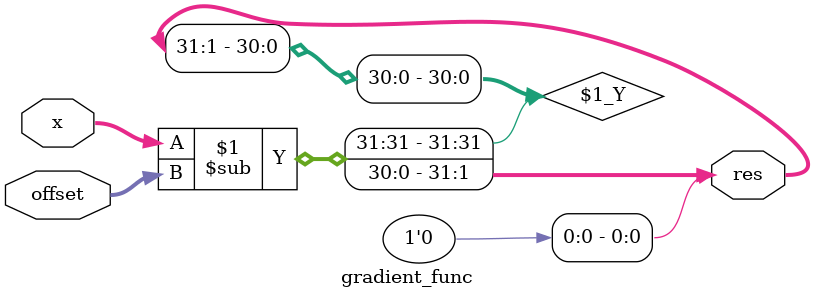
<source format=v>
module gradient_func(
    input signed [31:0] offset,
    input signed [31:0]x,
    output signed [31:0]res
);
    assign res = (x - offset) << 1;  // 2*(x - OFFSET) {Slope of (x - OFFSET)^2}
endmodule
</source>
